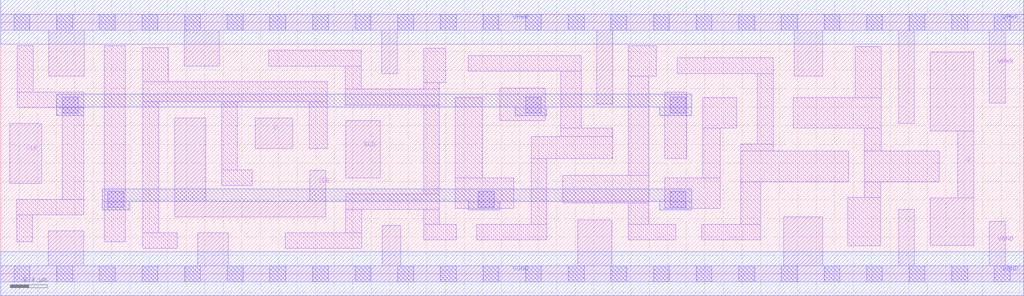
<source format=lef>
# Copyright 2020 The SkyWater PDK Authors
#
# Licensed under the Apache License, Version 2.0 (the "License");
# you may not use this file except in compliance with the License.
# You may obtain a copy of the License at
#
#     https://www.apache.org/licenses/LICENSE-2.0
#
# Unless required by applicable law or agreed to in writing, software
# distributed under the License is distributed on an "AS IS" BASIS,
# WITHOUT WARRANTIES OR CONDITIONS OF ANY KIND, either express or implied.
# See the License for the specific language governing permissions and
# limitations under the License.
#
# SPDX-License-Identifier: Apache-2.0

VERSION 5.7 ;
  NAMESCASESENSITIVE ON ;
  NOWIREEXTENSIONATPIN ON ;
  DIVIDERCHAR "/" ;
  BUSBITCHARS "[]" ;
UNITS
  DATABASE MICRONS 200 ;
END UNITS
PROPERTYDEFINITIONS
  MACRO maskLayoutSubType STRING ;
  MACRO prCellType STRING ;
  MACRO originalViewName STRING ;
END PROPERTYDEFINITIONS
MACRO sky130_fd_sc_hdll__sdfxtp_2
  CLASS CORE ;
  FOREIGN sky130_fd_sc_hdll__sdfxtp_2 ;
  ORIGIN  0.000000  0.000000 ;
  SIZE  11.04000 BY  2.720000 ;
  SYMMETRY X Y R90 ;
  SITE unithd ;
  PIN CLK
    ANTENNAGATEAREA  0.178200 ;
    DIRECTION INPUT ;
    USE SIGNAL ;
    PORT
      LAYER li1 ;
        RECT 0.095000 0.975000 0.445000 1.625000 ;
    END
  END CLK
  PIN D
    ANTENNAGATEAREA  0.178200 ;
    DIRECTION INPUT ;
    USE SIGNAL ;
    PORT
      LAYER li1 ;
        RECT 2.745000 1.355000 3.150000 1.685000 ;
    END
  END D
  PIN Q
    ANTENNADIFFAREA  0.530500 ;
    DIRECTION OUTPUT ;
    USE SIGNAL ;
    PORT
      LAYER li1 ;
        RECT 10.030000 0.305000 10.500000 0.820000 ;
        RECT 10.030000 1.545000 10.500000 2.395000 ;
        RECT 10.330000 0.820000 10.500000 1.545000 ;
    END
  END Q
  PIN SCD
    ANTENNAGATEAREA  0.178200 ;
    DIRECTION INPUT ;
    USE SIGNAL ;
    PORT
      LAYER li1 ;
        RECT 3.725000 1.035000 4.095000 1.655000 ;
    END
  END SCD
  PIN SCE
    ANTENNAGATEAREA  0.356400 ;
    DIRECTION INPUT ;
    USE SIGNAL ;
    PORT
      LAYER li1 ;
        RECT 1.880000 0.615000 3.505000 0.785000 ;
        RECT 1.880000 0.785000 2.215000 1.685000 ;
        RECT 3.335000 0.785000 3.505000 1.115000 ;
    END
  END SCE
  PIN VGND
    DIRECTION INOUT ;
    USE GROUND ;
    PORT
      LAYER li1 ;
        RECT  0.000000 -0.085000 11.040000 0.085000 ;
        RECT  0.515000  0.085000  0.895000 0.465000 ;
        RECT  2.125000  0.085000  2.455000 0.445000 ;
        RECT  4.115000  0.085000  4.315000 0.525000 ;
        RECT  6.225000  0.085000  6.595000 0.585000 ;
        RECT  8.450000  0.085000  8.870000 0.615000 ;
        RECT  9.690000  0.085000  9.860000 0.695000 ;
        RECT 10.670000  0.085000 10.840000 0.565000 ;
      LAYER mcon ;
        RECT  0.145000 -0.085000  0.315000 0.085000 ;
        RECT  0.605000 -0.085000  0.775000 0.085000 ;
        RECT  1.065000 -0.085000  1.235000 0.085000 ;
        RECT  1.525000 -0.085000  1.695000 0.085000 ;
        RECT  1.985000 -0.085000  2.155000 0.085000 ;
        RECT  2.445000 -0.085000  2.615000 0.085000 ;
        RECT  2.905000 -0.085000  3.075000 0.085000 ;
        RECT  3.365000 -0.085000  3.535000 0.085000 ;
        RECT  3.825000 -0.085000  3.995000 0.085000 ;
        RECT  4.285000 -0.085000  4.455000 0.085000 ;
        RECT  4.745000 -0.085000  4.915000 0.085000 ;
        RECT  5.205000 -0.085000  5.375000 0.085000 ;
        RECT  5.665000 -0.085000  5.835000 0.085000 ;
        RECT  6.125000 -0.085000  6.295000 0.085000 ;
        RECT  6.585000 -0.085000  6.755000 0.085000 ;
        RECT  7.045000 -0.085000  7.215000 0.085000 ;
        RECT  7.505000 -0.085000  7.675000 0.085000 ;
        RECT  7.965000 -0.085000  8.135000 0.085000 ;
        RECT  8.425000 -0.085000  8.595000 0.085000 ;
        RECT  8.885000 -0.085000  9.055000 0.085000 ;
        RECT  9.345000 -0.085000  9.515000 0.085000 ;
        RECT  9.805000 -0.085000  9.975000 0.085000 ;
        RECT 10.265000 -0.085000 10.435000 0.085000 ;
        RECT 10.725000 -0.085000 10.895000 0.085000 ;
      LAYER met1 ;
        RECT 0.000000 -0.240000 11.040000 0.240000 ;
    END
  END VGND
  PIN VPWR
    DIRECTION INOUT ;
    USE POWER ;
    PORT
      LAYER li1 ;
        RECT  0.000000 2.635000 11.040000 2.805000 ;
        RECT  0.520000 2.135000  0.900000 2.635000 ;
        RECT  1.980000 2.245000  2.360000 2.635000 ;
        RECT  4.110000 2.165000  4.280000 2.635000 ;
        RECT  6.435000 1.835000  6.605000 2.635000 ;
        RECT  8.565000 2.135000  8.870000 2.635000 ;
        RECT  9.690000 1.625000  9.860000 2.635000 ;
        RECT 10.670000 1.845000 10.840000 2.635000 ;
      LAYER mcon ;
        RECT  0.145000 2.635000  0.315000 2.805000 ;
        RECT  0.605000 2.635000  0.775000 2.805000 ;
        RECT  1.065000 2.635000  1.235000 2.805000 ;
        RECT  1.525000 2.635000  1.695000 2.805000 ;
        RECT  1.985000 2.635000  2.155000 2.805000 ;
        RECT  2.445000 2.635000  2.615000 2.805000 ;
        RECT  2.905000 2.635000  3.075000 2.805000 ;
        RECT  3.365000 2.635000  3.535000 2.805000 ;
        RECT  3.825000 2.635000  3.995000 2.805000 ;
        RECT  4.285000 2.635000  4.455000 2.805000 ;
        RECT  4.745000 2.635000  4.915000 2.805000 ;
        RECT  5.205000 2.635000  5.375000 2.805000 ;
        RECT  5.665000 2.635000  5.835000 2.805000 ;
        RECT  6.125000 2.635000  6.295000 2.805000 ;
        RECT  6.585000 2.635000  6.755000 2.805000 ;
        RECT  7.045000 2.635000  7.215000 2.805000 ;
        RECT  7.505000 2.635000  7.675000 2.805000 ;
        RECT  7.965000 2.635000  8.135000 2.805000 ;
        RECT  8.425000 2.635000  8.595000 2.805000 ;
        RECT  8.885000 2.635000  9.055000 2.805000 ;
        RECT  9.345000 2.635000  9.515000 2.805000 ;
        RECT  9.805000 2.635000  9.975000 2.805000 ;
        RECT 10.265000 2.635000 10.435000 2.805000 ;
        RECT 10.725000 2.635000 10.895000 2.805000 ;
      LAYER met1 ;
        RECT 0.000000 2.480000 11.040000 2.960000 ;
    END
  END VPWR
  OBS
    LAYER li1 ;
      RECT 0.175000 0.345000  0.345000 0.635000 ;
      RECT 0.175000 0.635000  0.895000 0.805000 ;
      RECT 0.180000 1.795000  0.895000 1.965000 ;
      RECT 0.180000 1.965000  0.350000 2.465000 ;
      RECT 0.665000 0.805000  0.895000 1.795000 ;
      RECT 1.115000 0.345000  1.345000 2.465000 ;
      RECT 1.535000 0.275000  1.905000 0.445000 ;
      RECT 1.535000 0.445000  1.705000 1.860000 ;
      RECT 1.535000 1.860000  3.525000 2.075000 ;
      RECT 1.535000 2.075000  1.810000 2.445000 ;
      RECT 2.385000 0.955000  2.715000 1.125000 ;
      RECT 2.385000 1.125000  2.555000 1.860000 ;
      RECT 2.895000 2.245000  3.890000 2.415000 ;
      RECT 3.070000 0.275000  3.895000 0.445000 ;
      RECT 3.330000 1.355000  3.525000 1.860000 ;
      RECT 3.720000 1.825000  4.735000 1.995000 ;
      RECT 3.720000 1.995000  3.890000 2.245000 ;
      RECT 3.725000 0.445000  3.895000 0.695000 ;
      RECT 3.725000 0.695000  4.735000 0.865000 ;
      RECT 4.565000 0.365000  4.915000 0.535000 ;
      RECT 4.565000 0.535000  4.735000 0.695000 ;
      RECT 4.565000 0.865000  4.735000 1.825000 ;
      RECT 4.565000 1.995000  4.735000 2.065000 ;
      RECT 4.565000 2.065000  4.800000 2.440000 ;
      RECT 4.905000 0.705000  5.535000 1.035000 ;
      RECT 4.905000 1.035000  5.195000 1.905000 ;
      RECT 5.045000 2.190000  6.265000 2.360000 ;
      RECT 5.135000 0.365000  5.895000 0.535000 ;
      RECT 5.385000 1.655000  5.875000 2.010000 ;
      RECT 5.725000 0.535000  5.895000 1.245000 ;
      RECT 5.725000 1.245000  6.605000 1.485000 ;
      RECT 6.045000 1.485000  6.605000 1.575000 ;
      RECT 6.045000 1.575000  6.265000 2.190000 ;
      RECT 6.065000 0.765000  6.995000 1.065000 ;
      RECT 6.775000 0.365000  7.285000 0.535000 ;
      RECT 6.775000 0.535000  6.995000 0.765000 ;
      RECT 6.775000 1.065000  6.995000 2.135000 ;
      RECT 6.775000 2.135000  7.075000 2.465000 ;
      RECT 7.165000 0.705000  7.765000 1.035000 ;
      RECT 7.165000 1.245000  7.405000 1.965000 ;
      RECT 7.300000 2.165000  8.335000 2.335000 ;
      RECT 7.565000 0.365000  8.205000 0.535000 ;
      RECT 7.575000 1.035000  7.765000 1.575000 ;
      RECT 7.575000 1.575000  7.945000 1.905000 ;
      RECT 7.985000 0.535000  8.205000 0.995000 ;
      RECT 7.985000 0.995000  9.150000 1.325000 ;
      RECT 7.985000 1.325000  8.335000 1.405000 ;
      RECT 8.165000 1.405000  8.335000 2.165000 ;
      RECT 8.555000 1.575000  9.505000 1.905000 ;
      RECT 9.140000 0.300000  9.500000 0.825000 ;
      RECT 9.220000 1.905000  9.505000 2.455000 ;
      RECT 9.320000 0.825000  9.500000 0.995000 ;
      RECT 9.320000 0.995000 10.130000 1.325000 ;
      RECT 9.320000 1.325000  9.505000 1.575000 ;
    LAYER mcon ;
      RECT 0.665000 1.740000 0.835000 1.910000 ;
      RECT 1.155000 0.720000 1.325000 0.890000 ;
      RECT 5.155000 0.720000 5.325000 0.890000 ;
      RECT 5.665000 1.740000 5.835000 1.910000 ;
      RECT 7.225000 0.720000 7.395000 0.890000 ;
      RECT 7.225000 1.740000 7.395000 1.910000 ;
    LAYER met1 ;
      RECT 0.605000 1.710000 0.895000 1.800000 ;
      RECT 0.605000 1.800000 7.455000 1.940000 ;
      RECT 1.095000 0.690000 1.385000 0.780000 ;
      RECT 1.095000 0.780000 7.455000 0.920000 ;
      RECT 5.045000 0.690000 5.385000 0.780000 ;
      RECT 5.555000 1.710000 5.895000 1.800000 ;
      RECT 7.115000 0.690000 7.455000 0.780000 ;
      RECT 7.115000 1.710000 7.455000 1.800000 ;
  END
  PROPERTY maskLayoutSubType "abstract" ;
  PROPERTY prCellType "standard" ;
  PROPERTY originalViewName "layout" ;
END sky130_fd_sc_hdll__sdfxtp_2

</source>
